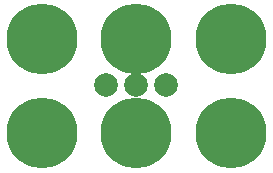
<source format=gtl>
%TF.GenerationSoftware,KiCad,Pcbnew,4.0.5-e0-6337~49~ubuntu16.04.1*%
%TF.CreationDate,2017-02-14T02:30:03-08:00*%
%TF.ProjectId,2x3-Servo-Header,3278332D536572766F2D486561646572,1.0*%
%TF.FileFunction,Copper,L1,Top,Signal*%
%FSLAX46Y46*%
G04 Gerber Fmt 4.6, Leading zero omitted, Abs format (unit mm)*
G04 Created by KiCad (PCBNEW 4.0.5-e0-6337~49~ubuntu16.04.1) date Tue Feb 14 02:30:03 2017*
%MOMM*%
%LPD*%
G01*
G04 APERTURE LIST*
%ADD10C,0.350000*%
%ADD11C,2.000000*%
%ADD12C,6.000000*%
%ADD13C,0.350000*%
G04 APERTURE END LIST*
D10*
D11*
X34764400Y-33034800D03*
D12*
X26824400Y-37134800D03*
X26824400Y-29134800D03*
X34824400Y-29134800D03*
X34824400Y-37134800D03*
D11*
X32224400Y-33034800D03*
X37304400Y-33034800D03*
D12*
X42824400Y-29134800D03*
X42824400Y-37134800D03*
D13*
X34764400Y-33034800D03*
X26824400Y-37134800D03*
X26824400Y-29134800D03*
X34824400Y-29134800D03*
X34824400Y-37134800D03*
X32224400Y-33034800D03*
X37304400Y-33034800D03*
X42824400Y-29134800D03*
X42824400Y-37134800D03*
M02*

</source>
